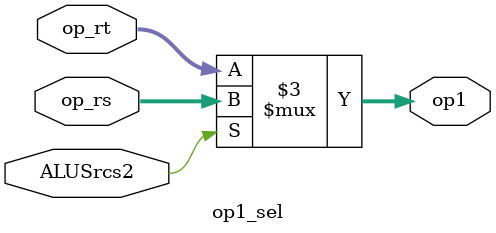
<source format=sv>
module op1_sel (
	input logic ALUSrcs2,
	input logic [31:0] op_rs,
	input logic [31:0] op_rt,
	output logic [31:0] op1
);
	always_comb begin
		if (ALUSrcs2) begin
			op1 <= op_rs;
		end else begin
			op1 <= op_rt;
		end
	end
endmodule


</source>
